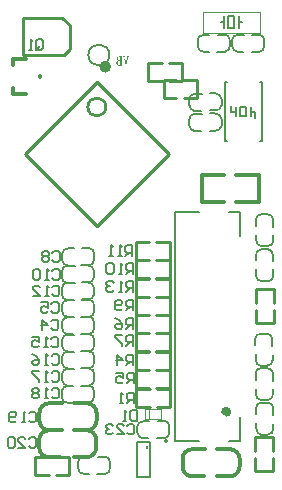
<source format=gbr>
%TF.GenerationSoftware,Altium Limited,Altium Designer,19.0.4 (130)*%
G04 Layer_Color=32896*
%FSLAX26Y26*%
%MOIN*%
%TF.FileFunction,Legend,Bot*%
%TF.Part,Single*%
G01*
G75*
%TA.AperFunction,NonConductor*%
%ADD49C,0.007874*%
%ADD50C,0.012000*%
%ADD51C,0.010000*%
%ADD52C,0.008000*%
%ADD53C,0.020000*%
%ADD54C,0.019685*%
%ADD55C,0.007000*%
%ADD56C,0.001968*%
%ADD57C,0.003937*%
%ADD58C,0.006000*%
%ADD59C,0.005906*%
G36*
X3632000Y2607078D02*
X3630502D01*
X3630294Y2606995D01*
X3630003Y2606829D01*
X3629795Y2606662D01*
X3629754Y2606621D01*
Y2606579D01*
X3629629Y2606371D01*
X3629546Y2606122D01*
X3629379Y2605622D01*
X3629338Y2605373D01*
X3629296Y2605165D01*
X3629254Y2605040D01*
Y2604998D01*
X3622806Y2578707D01*
X3621059D01*
X3613904Y2605248D01*
X3613779Y2605581D01*
X3613654Y2605872D01*
X3613530Y2606122D01*
X3613405Y2606330D01*
X3613322Y2606496D01*
X3613238Y2606579D01*
X3613155Y2606662D01*
X3612781Y2606912D01*
X3612448Y2607037D01*
X3612198Y2607078D01*
X3610950D01*
Y2608992D01*
X3618064D01*
Y2607078D01*
X3616858D01*
X3616650Y2607037D01*
X3616483Y2606995D01*
X3616358Y2606954D01*
X3616234Y2606829D01*
X3616192Y2606787D01*
X3616109Y2606579D01*
X3616026Y2606371D01*
Y2606205D01*
Y2606122D01*
X3616067Y2605872D01*
X3616109Y2605581D01*
X3616150Y2605331D01*
X3616192Y2605248D01*
Y2605206D01*
X3621071Y2586651D01*
X3625635Y2605789D01*
X3625677Y2606205D01*
Y2606496D01*
X3625635Y2606704D01*
X3625594Y2606746D01*
X3625386Y2606954D01*
X3625136Y2607037D01*
X3624928Y2607078D01*
X3623722D01*
Y2608992D01*
X3632000D01*
Y2607078D01*
D02*
G37*
G36*
X3609162D02*
X3607456D01*
X3607290Y2607037D01*
X3606998Y2606954D01*
X3606874Y2606870D01*
X3606832Y2606829D01*
X3606666Y2606621D01*
X3606624Y2606413D01*
X3606582Y2606205D01*
Y2606163D01*
Y2606122D01*
Y2581578D01*
X3606624Y2581245D01*
X3606707Y2580995D01*
X3606790Y2580870D01*
X3606832Y2580829D01*
X3606915Y2580746D01*
X3607040Y2580704D01*
X3607331Y2580662D01*
X3607581Y2580621D01*
X3609494D01*
Y2578707D01*
X3598221D01*
X3597430Y2578749D01*
X3596682Y2578790D01*
X3595974Y2578915D01*
X3595309Y2579040D01*
X3594726Y2579206D01*
X3594144Y2579373D01*
X3593645Y2579581D01*
X3593146Y2579789D01*
X3592730Y2579997D01*
X3592397Y2580205D01*
X3592064Y2580371D01*
X3591814Y2580538D01*
X3591606Y2580662D01*
X3591482Y2580787D01*
X3591398Y2580829D01*
X3591357Y2580870D01*
X3590899Y2581286D01*
X3590525Y2581744D01*
X3590150Y2582243D01*
X3589859Y2582701D01*
X3589610Y2583200D01*
X3589402Y2583699D01*
X3589110Y2584614D01*
X3588902Y2585446D01*
X3588861Y2585821D01*
X3588819Y2586112D01*
X3588778Y2586403D01*
Y2586570D01*
Y2586694D01*
Y2586736D01*
X3588819Y2587776D01*
X3588986Y2588733D01*
X3589235Y2589606D01*
X3589485Y2590397D01*
X3589776Y2591021D01*
X3589901Y2591270D01*
X3589984Y2591478D01*
X3590109Y2591645D01*
X3590150Y2591770D01*
X3590234Y2591853D01*
Y2591894D01*
X3590525Y2592310D01*
X3590858Y2592726D01*
X3591690Y2593392D01*
X3592563Y2593974D01*
X3593437Y2594432D01*
X3594227Y2594765D01*
X3594602Y2594890D01*
X3594893Y2595014D01*
X3595142Y2595098D01*
X3595350Y2595139D01*
X3595475Y2595181D01*
X3595517D01*
X3594934Y2595347D01*
X3594435Y2595514D01*
X3593978Y2595722D01*
X3593520Y2595888D01*
X3593146Y2596096D01*
X3592813Y2596304D01*
X3592230Y2596720D01*
X3591773Y2597053D01*
X3591482Y2597344D01*
X3591315Y2597552D01*
X3591274Y2597635D01*
X3590899Y2598301D01*
X3590608Y2599008D01*
X3590442Y2599715D01*
X3590275Y2600381D01*
X3590192Y2600963D01*
X3590150Y2601421D01*
Y2601587D01*
Y2601712D01*
Y2601795D01*
Y2601837D01*
X3590192Y2602502D01*
X3590234Y2603126D01*
X3590358Y2603667D01*
X3590483Y2604208D01*
X3590650Y2604707D01*
X3590816Y2605123D01*
X3591024Y2605539D01*
X3591232Y2605872D01*
X3591440Y2606205D01*
X3591648Y2606454D01*
X3591814Y2606704D01*
X3591981Y2606870D01*
X3592106Y2607037D01*
X3592230Y2607120D01*
X3592272Y2607203D01*
X3592314D01*
X3592730Y2607536D01*
X3593187Y2607786D01*
X3594227Y2608243D01*
X3595267Y2608576D01*
X3596307Y2608784D01*
X3596806Y2608826D01*
X3597264Y2608909D01*
X3597680Y2608950D01*
X3598013D01*
X3598304Y2608992D01*
X3609162D01*
Y2607078D01*
D02*
G37*
%LPC*%
G36*
X3601923D02*
X3599760D01*
X3598845Y2607037D01*
X3598013Y2606912D01*
X3597306Y2606704D01*
X3596723Y2606496D01*
X3596224Y2606246D01*
X3595891Y2606080D01*
X3595683Y2605914D01*
X3595600Y2605872D01*
X3595059Y2605373D01*
X3594643Y2604749D01*
X3594352Y2604083D01*
X3594186Y2603418D01*
X3594061Y2602794D01*
X3594019Y2602294D01*
X3593978Y2602128D01*
Y2601962D01*
Y2601878D01*
Y2601837D01*
X3594061Y2600755D01*
X3594227Y2599840D01*
X3594477Y2599050D01*
X3594768Y2598426D01*
X3595101Y2597968D01*
X3595350Y2597635D01*
X3595517Y2597427D01*
X3595600Y2597344D01*
X3596182Y2596886D01*
X3596765Y2596512D01*
X3597347Y2596262D01*
X3597846Y2596096D01*
X3598262Y2596013D01*
X3598595Y2595971D01*
X3598803Y2595930D01*
X3602922D01*
Y2606122D01*
X3602880Y2606454D01*
X3602797Y2606662D01*
X3602714Y2606787D01*
X3602672Y2606829D01*
X3602422Y2606995D01*
X3602131Y2607037D01*
X3601923Y2607078D01*
D02*
G37*
G36*
X3602922Y2594016D02*
X3599427D01*
X3598304Y2593933D01*
X3597306Y2593766D01*
X3596474Y2593475D01*
X3595808Y2593184D01*
X3595267Y2592851D01*
X3594893Y2592560D01*
X3594685Y2592394D01*
X3594602Y2592310D01*
X3594310Y2591978D01*
X3594061Y2591603D01*
X3593645Y2590771D01*
X3593354Y2589939D01*
X3593187Y2589066D01*
X3593062Y2588275D01*
X3593021Y2587942D01*
Y2587651D01*
X3592979Y2587402D01*
Y2587235D01*
Y2587110D01*
Y2587069D01*
X3593062Y2585987D01*
X3593229Y2584989D01*
X3593478Y2584198D01*
X3593728Y2583491D01*
X3594019Y2582992D01*
X3594269Y2582576D01*
X3594435Y2582368D01*
X3594518Y2582285D01*
X3595142Y2581744D01*
X3595808Y2581328D01*
X3596515Y2581037D01*
X3597181Y2580829D01*
X3597805Y2580704D01*
X3598304Y2580662D01*
X3598512Y2580621D01*
X3601840D01*
X3602214Y2580662D01*
X3602464Y2580746D01*
X3602630Y2580787D01*
X3602672Y2580829D01*
X3602797Y2581037D01*
X3602880Y2581286D01*
X3602922Y2581494D01*
Y2581536D01*
Y2581578D01*
Y2594016D01*
D02*
G37*
%LPD*%
D49*
X3515000Y1952000D02*
G03*
X3499000Y1970000I-17000J1000D01*
G01*
X3429000Y1969000D02*
G03*
X3408000Y1952000I-2000J-19000D01*
G01*
X3408000Y1932000D02*
G03*
X3429000Y1912000I20500J500D01*
G01*
X3499000Y1913000D02*
G03*
X3515000Y1932000I-1500J17500D01*
G01*
X3766000Y1376000D02*
G03*
X3750000Y1394000I-17000J1000D01*
G01*
X3680000Y1393000D02*
G03*
X3659000Y1376000I-2000J-19000D01*
G01*
X3659000Y1356000D02*
G03*
X3680000Y1336000I20500J500D01*
G01*
X3750000Y1337000D02*
G03*
X3766000Y1356000I-1500J17500D01*
G01*
X3408000Y1816000D02*
G03*
X3424000Y1798000I17000J-1000D01*
G01*
X3494000Y1799000D02*
G03*
X3515000Y1816000I2000J19000D01*
G01*
X3515000Y1836000D02*
G03*
X3494000Y1856000I-20500J-500D01*
G01*
X3424000Y1855000D02*
G03*
X3408000Y1836000I1500J-17500D01*
G01*
X3408000Y1873000D02*
G03*
X3424000Y1855000I17000J-1000D01*
G01*
X3494000Y1856000D02*
G03*
X3515000Y1873000I2000J19000D01*
G01*
X3515000Y1893000D02*
G03*
X3494000Y1913000I-20500J-500D01*
G01*
X3424000Y1912000D02*
G03*
X3408000Y1893000I1500J-17500D01*
G01*
X3515000Y1780000D02*
G03*
X3499000Y1798000I-17000J1000D01*
G01*
X3429000Y1797000D02*
G03*
X3408000Y1780000I-2000J-19000D01*
G01*
X3408000Y1760000D02*
G03*
X3429000Y1740000I20500J500D01*
G01*
X3499000Y1741000D02*
G03*
X3515000Y1760000I-1500J17500D01*
G01*
X3568000Y1257000D02*
G03*
X3552000Y1275000I-17000J1000D01*
G01*
X3482000Y1274000D02*
G03*
X3461000Y1257000I-2000J-19000D01*
G01*
X3461000Y1237000D02*
G03*
X3482000Y1217000I20500J500D01*
G01*
X3552000Y1218000D02*
G03*
X3568000Y1237000I-1500J17500D01*
G01*
X3514000Y1494000D02*
G03*
X3498000Y1512000I-17000J1000D01*
G01*
X3428000Y1511000D02*
G03*
X3407000Y1494000I-2000J-19000D01*
G01*
X3407000Y1474000D02*
G03*
X3428000Y1454000I20500J500D01*
G01*
X3498000Y1455000D02*
G03*
X3514000Y1474000I-1500J17500D01*
G01*
X3515000Y1551000D02*
G03*
X3499000Y1569000I-17000J1000D01*
G01*
X3429000Y1568000D02*
G03*
X3408000Y1551000I-2000J-19000D01*
G01*
X3408000Y1531000D02*
G03*
X3429000Y1511000I20500J500D01*
G01*
X3499000Y1512000D02*
G03*
X3515000Y1531000I-1500J17500D01*
G01*
X3515000Y1608000D02*
G03*
X3499000Y1626000I-17000J1000D01*
G01*
X3429000Y1625000D02*
G03*
X3408000Y1608000I-2000J-19000D01*
G01*
X3408000Y1588000D02*
G03*
X3429000Y1568000I20500J500D01*
G01*
X3499000Y1569000D02*
G03*
X3515000Y1588000I-1500J17500D01*
G01*
X3515000Y1665000D02*
G03*
X3499000Y1683000I-17000J1000D01*
G01*
X3429000Y1682000D02*
G03*
X3408000Y1665000I-2000J-19000D01*
G01*
X3408000Y1645000D02*
G03*
X3429000Y1625000I20500J500D01*
G01*
X3499000Y1626000D02*
G03*
X3515000Y1645000I-1500J17500D01*
G01*
X3515000Y1723000D02*
G03*
X3499000Y1741000I-17000J1000D01*
G01*
X3429000Y1740000D02*
G03*
X3408000Y1723000I-2000J-19000D01*
G01*
X3408000Y1703000D02*
G03*
X3429000Y1683000I20500J500D01*
G01*
X3499000Y1684000D02*
G03*
X3515000Y1703000I-1500J17500D01*
G01*
X4094000Y1860000D02*
G03*
X4112000Y1876000I1000J17000D01*
G01*
X4111000Y1946000D02*
G03*
X4094000Y1967000I-19000J2000D01*
G01*
X4074000Y1967000D02*
G03*
X4054000Y1946000I500J-20500D01*
G01*
X4055000Y1876000D02*
G03*
X4074000Y1860000I17500J1500D01*
G01*
X4073000Y2083000D02*
G03*
X4055000Y2067000I-1000J-17000D01*
G01*
X4056000Y1997000D02*
G03*
X4073000Y1976000I19000J-2000D01*
G01*
X4093000Y1976000D02*
G03*
X4113000Y1997000I-500J20500D01*
G01*
X4112000Y2067000D02*
G03*
X4093000Y2083000I-17500J-1500D01*
G01*
X4070629Y1684787D02*
G03*
X4052629Y1668787I-1000J-17000D01*
G01*
X4053629Y1598787D02*
G03*
X4070629Y1577787I19000J-2000D01*
G01*
X4090629Y1577788D02*
G03*
X4110629Y1598787I-500J20500D01*
G01*
X4109629Y1668787D02*
G03*
X4090629Y1684787I-17500J-1500D01*
G01*
X4073000Y1455000D02*
G03*
X4055000Y1439000I-1000J-17000D01*
G01*
X4056000Y1369000D02*
G03*
X4073000Y1348000I19000J-2000D01*
G01*
X4093000Y1348000D02*
G03*
X4113000Y1369000I-500J20500D01*
G01*
X4112000Y1439000D02*
G03*
X4093000Y1455000I-17500J-1500D01*
G01*
X4071725Y1570000D02*
G03*
X4053725Y1554000I-1000J-17000D01*
G01*
X4054725Y1484000D02*
G03*
X4071725Y1463000I19000J-2000D01*
G01*
X4091725Y1463000D02*
G03*
X4111725Y1484000I-500J20500D01*
G01*
X4110725Y1554000D02*
G03*
X4091725Y1570000I-17500J-1500D01*
G01*
X3967000Y2664000D02*
G03*
X3951000Y2682000I-17000J1000D01*
G01*
X3881000Y2681000D02*
G03*
X3860000Y2664000I-2000J-19000D01*
G01*
X3860000Y2644000D02*
G03*
X3881000Y2624000I20500J500D01*
G01*
X3951000Y2625000D02*
G03*
X3967000Y2644000I-1500J17500D01*
G01*
X4082000Y2664000D02*
G03*
X4066000Y2682000I-17000J1000D01*
G01*
X3996000Y2681000D02*
G03*
X3975000Y2664000I-2000J-19000D01*
G01*
X3975000Y2644000D02*
G03*
X3996000Y2624000I20500J500D01*
G01*
X4066000Y2625000D02*
G03*
X4082000Y2644000I-1500J17500D01*
G01*
X3833000Y2446000D02*
G03*
X3849000Y2428000I17000J-1000D01*
G01*
X3919000Y2429000D02*
G03*
X3940000Y2446000I2000J19000D01*
G01*
X3940000Y2466000D02*
G03*
X3919000Y2486000I-20500J-500D01*
G01*
X3849000Y2485000D02*
G03*
X3833000Y2466000I1500J-17500D01*
G01*
X3833000Y2379000D02*
G03*
X3849000Y2361000I17000J-1000D01*
G01*
X3919000Y2362000D02*
G03*
X3940000Y2379000I2000J19000D01*
G01*
X3940000Y2399000D02*
G03*
X3919000Y2419000I-20500J-500D01*
G01*
X3849000Y2418000D02*
G03*
X3833000Y2399000I1500J-17500D01*
G01*
X3476000Y1970000D02*
X3499000D01*
X3515000Y1932000D02*
Y1952000D01*
X3473000Y1913000D02*
X3499000D01*
X3429000Y1912000D02*
X3445000D01*
X3408000Y1932000D02*
Y1952000D01*
X3429000Y1969000D02*
X3447000D01*
X3727000Y1394000D02*
X3750000D01*
X3766000Y1356000D02*
Y1376000D01*
X3724000Y1337000D02*
X3750000D01*
X3680000Y1336000D02*
X3696000D01*
X3659000Y1356000D02*
Y1376000D01*
X3680000Y1393000D02*
X3698000D01*
X3424000Y1798000D02*
X3447000D01*
X3408000Y1816000D02*
Y1836000D01*
X3424000Y1855000D02*
X3450000D01*
X3478000Y1856000D02*
X3494000D01*
X3515000Y1816000D02*
Y1836000D01*
X3476000Y1799000D02*
X3494000D01*
X3424000Y1855000D02*
X3447000D01*
X3408000Y1873000D02*
Y1893000D01*
X3424000Y1912000D02*
X3450000D01*
X3478000Y1913000D02*
X3494000D01*
X3515000Y1873000D02*
Y1893000D01*
X3476000Y1856000D02*
X3494000D01*
X3476000Y1798000D02*
X3499000D01*
X3515000Y1760000D02*
Y1780000D01*
X3473000Y1741000D02*
X3499000D01*
X3429000Y1740000D02*
X3445000D01*
X3408000Y1760000D02*
Y1780000D01*
X3429000Y1797000D02*
X3447000D01*
X3529000Y1275000D02*
X3552000D01*
X3568000Y1237000D02*
Y1257000D01*
X3526000Y1218000D02*
X3552000D01*
X3482000Y1217000D02*
X3498000D01*
X3461000Y1237000D02*
Y1257000D01*
X3482000Y1274000D02*
X3500000D01*
X3475000Y1512000D02*
X3498000D01*
X3514000Y1474000D02*
Y1494000D01*
X3472000Y1455000D02*
X3498000D01*
X3428000Y1454000D02*
X3444000D01*
X3407000Y1474000D02*
Y1494000D01*
X3428000Y1511000D02*
X3446000D01*
X3476000Y1569000D02*
X3499000D01*
X3515000Y1531000D02*
Y1551000D01*
X3473000Y1512000D02*
X3499000D01*
X3429000Y1511000D02*
X3445000D01*
X3408000Y1531000D02*
Y1551000D01*
X3429000Y1568000D02*
X3447000D01*
X3476000Y1626000D02*
X3499000D01*
X3515000Y1588000D02*
Y1608000D01*
X3473000Y1569000D02*
X3499000D01*
X3429000Y1568000D02*
X3445000D01*
X3408000Y1588000D02*
Y1608000D01*
X3429000Y1625000D02*
X3447000D01*
X3476000Y1683000D02*
X3499000D01*
X3515000Y1645000D02*
Y1665000D01*
X3473000Y1626000D02*
X3499000D01*
X3429000Y1625000D02*
X3445000D01*
X3408000Y1645000D02*
Y1665000D01*
X3429000Y1682000D02*
X3447000D01*
X3476000Y1741000D02*
X3499000D01*
X3515000Y1703000D02*
Y1723000D01*
X3473000Y1684000D02*
X3499000D01*
X3429000Y1683000D02*
X3445000D01*
X3408000Y1703000D02*
Y1723000D01*
X3429000Y1740000D02*
X3447000D01*
X4112000Y1876000D02*
Y1899000D01*
X4074000Y1860000D02*
X4094000D01*
X4055000Y1876000D02*
Y1902000D01*
X4054000Y1930000D02*
Y1946000D01*
X4074000Y1967000D02*
X4094000D01*
X4111000Y1928000D02*
Y1946000D01*
X4055000Y2044000D02*
Y2067000D01*
X4073000Y2083000D02*
X4093000D01*
X4112000Y2041000D02*
Y2067000D01*
X4113000Y1997000D02*
Y2013000D01*
X4073000Y1976000D02*
X4093000D01*
X4056000Y1997000D02*
Y2015000D01*
X4052629Y1645787D02*
Y1668787D01*
X4070629Y1684787D02*
X4090629D01*
X4109629Y1642787D02*
Y1668787D01*
X4110629Y1598787D02*
Y1614787D01*
X4070629Y1577787D02*
X4090629D01*
X4053629Y1598787D02*
Y1616787D01*
X4055000Y1416000D02*
Y1439000D01*
X4073000Y1455000D02*
X4093000D01*
X4112000Y1413000D02*
Y1439000D01*
X4113000Y1369000D02*
Y1385000D01*
X4073000Y1348000D02*
X4093000D01*
X4056000Y1369000D02*
Y1387000D01*
X4053725Y1531000D02*
Y1554000D01*
X4071725Y1570000D02*
X4091725D01*
X4110725Y1528000D02*
Y1554000D01*
X4111725Y1484000D02*
Y1500000D01*
X4071725Y1463000D02*
X4091725D01*
X4054725Y1484000D02*
Y1502000D01*
X3928000Y2682000D02*
X3951000D01*
X3967000Y2644000D02*
Y2664000D01*
X3925000Y2625000D02*
X3951000D01*
X3881000Y2624000D02*
X3897000D01*
X3860000Y2644000D02*
Y2664000D01*
X3881000Y2681000D02*
X3899000D01*
X4043000Y2682000D02*
X4066000D01*
X4082000Y2644000D02*
Y2664000D01*
X4040000Y2625000D02*
X4066000D01*
X3996000Y2624000D02*
X4012000D01*
X3975000Y2644000D02*
Y2664000D01*
X3996000Y2681000D02*
X4014000D01*
X3849000Y2428000D02*
X3872000D01*
X3833000Y2446000D02*
Y2466000D01*
X3849000Y2485000D02*
X3875000D01*
X3903000Y2486000D02*
X3919000D01*
X3940000Y2446000D02*
Y2466000D01*
X3901000Y2429000D02*
X3919000D01*
X3849000Y2361000D02*
X3872000D01*
X3833000Y2379000D02*
Y2399000D01*
X3849000Y2418000D02*
X3875000D01*
X3903000Y2419000D02*
X3919000D01*
X3940000Y2379000D02*
Y2399000D01*
X3901000Y2362000D02*
X3919000D01*
X4001000Y2010512D02*
Y2090512D01*
X3966000D02*
X4001000D01*
X3786000D02*
X3866000D01*
X3786000Y1328701D02*
X3866000D01*
X4001000D02*
Y1408701D01*
X3966000Y1328701D02*
X4001000D01*
X3786000D02*
Y2090512D01*
D50*
X4000139Y1267599D02*
G03*
X3967999Y1299739I-32140J0D01*
G01*
Y1209599D02*
G03*
X4000139Y1241739I0J32140D01*
G01*
X3809999D02*
G03*
X3842139Y1209599I32140J0D01*
G01*
Y1299739D02*
G03*
X3809999Y1267599I0J-32140D01*
G01*
X3522058Y1330954D02*
G03*
X3489918Y1363093I-32140J0D01*
G01*
Y1272954D02*
G03*
X3522058Y1305093I0J32140D01*
G01*
X3331918D02*
G03*
X3364058Y1272954I32140J0D01*
G01*
Y1363093D02*
G03*
X3331918Y1330954I0J-32140D01*
G01*
X3523140Y1421000D02*
G03*
X3491000Y1453140I-32140J0D01*
G01*
Y1363000D02*
G03*
X3523140Y1395140I0J32140D01*
G01*
X3333000D02*
G03*
X3365140Y1363000I32140J0D01*
G01*
Y1453140D02*
G03*
X3333000Y1421000I0J-32140D01*
G01*
X3874307Y2124000D02*
X3949307D01*
X3874307Y2214000D02*
X3949307D01*
X3989307D02*
X4064307D01*
X3989307Y2124000D02*
X4064307D01*
X3874307D02*
Y2214000D01*
X4064307Y2124000D02*
Y2214000D01*
X3842139Y1209599D02*
X3881139D01*
X3924999D02*
X3967999D01*
X3924999Y1299599D02*
X3972999D01*
X4000139Y1242739D02*
Y1267599D01*
X3809999Y1241739D02*
Y1266599D01*
X3841999Y1299599D02*
X3884999D01*
X3244000Y2485000D02*
X3289000D01*
X3244000Y2600000D02*
X3289000D01*
X3244000Y2485000D02*
Y2505000D01*
X3334000Y2540000D02*
Y2545000D01*
X3244000Y2580000D02*
Y2600000D01*
X3364058Y1272954D02*
X3403058D01*
X3446918D02*
X3489918D01*
X3446918Y1362954D02*
X3494918D01*
X3522058Y1306093D02*
Y1330954D01*
X3331918Y1305093D02*
Y1329954D01*
X3363918Y1362954D02*
X3406918D01*
X3365140Y1363000D02*
X3404140D01*
X3448000D02*
X3491000D01*
X3448000Y1453000D02*
X3496000D01*
X3523140Y1396140D02*
Y1421000D01*
X3333000Y1395140D02*
Y1420000D01*
X3365000Y1453000D02*
X3408000D01*
D51*
X3691110Y1304803D02*
G03*
X3691110Y1304803I-1000J0D01*
G01*
X3757055Y1327803D02*
G03*
X3757055Y1327803I-3000J0D01*
G01*
X3554000Y2440563D02*
G03*
X3554000Y2440563I-30000J0D01*
G01*
X3746992Y2472000D02*
X3788992D01*
X3746992Y2532000D02*
X3788992D01*
X3813992Y2472000D02*
X3858992D01*
X3813992Y2532000D02*
X3858992D01*
X3746992Y2472000D02*
Y2532000D01*
X3858992Y2472000D02*
Y2532000D01*
X3766000Y2587000D02*
X3808000D01*
X3766000Y2527000D02*
X3808000D01*
X3696000Y2587000D02*
X3741000D01*
X3696000Y2527000D02*
X3741000D01*
X3808000D02*
Y2587000D01*
X3696000Y2527000D02*
Y2587000D01*
X3389000Y1273000D02*
X3431000D01*
X3389000Y1213000D02*
X3431000D01*
X3319000Y1273000D02*
X3364000D01*
X3319000Y1213000D02*
X3364000D01*
X3431000D02*
Y1273000D01*
X3319000Y1213000D02*
Y1273000D01*
X4111127Y1227803D02*
Y1269803D01*
X4051127Y1227803D02*
Y1269803D01*
X4111127Y1294803D02*
Y1339803D01*
X4051127Y1294803D02*
Y1339803D01*
Y1227803D02*
X4111127D01*
X4051127Y1339803D02*
X4111127D01*
X3726000Y1501000D02*
X3768000D01*
X3726000Y1441000D02*
X3768000D01*
X3656000Y1501000D02*
X3701000D01*
X3656000Y1441000D02*
X3701000D01*
X3768000D02*
Y1501000D01*
X3656000Y1441000D02*
Y1501000D01*
X3655943Y1503494D02*
X3697943D01*
X3655943Y1563494D02*
X3697943D01*
X3722943Y1503494D02*
X3767943D01*
X3722943Y1563494D02*
X3767943D01*
X3655943Y1503494D02*
Y1563494D01*
X3767943Y1503494D02*
Y1563494D01*
X3655935Y1688000D02*
X3697935D01*
X3655935Y1748000D02*
X3697935D01*
X3722935Y1688000D02*
X3767935D01*
X3722935Y1748000D02*
X3767935D01*
X3655935Y1688000D02*
Y1748000D01*
X3767935Y1688000D02*
Y1748000D01*
X3656000Y1627000D02*
X3698000D01*
X3656000Y1687000D02*
X3698000D01*
X3723000Y1627000D02*
X3768000D01*
X3723000Y1687000D02*
X3768000D01*
X3656000Y1627000D02*
Y1687000D01*
X3768000Y1627000D02*
Y1687000D01*
X3655943Y1748494D02*
X3697943D01*
X3655943Y1808494D02*
X3697943D01*
X3722943Y1748494D02*
X3767943D01*
X3722943Y1808494D02*
X3767943D01*
X3655943Y1748494D02*
Y1808494D01*
X3767943Y1748494D02*
Y1808494D01*
X3655943Y1869494D02*
X3697943D01*
X3655943Y1929494D02*
X3697943D01*
X3722943Y1869494D02*
X3767943D01*
X3722943Y1929494D02*
X3767943D01*
X3655943Y1869494D02*
Y1929494D01*
X3767943Y1869494D02*
Y1929494D01*
X3655943D02*
X3697943D01*
X3655943Y1989494D02*
X3697943D01*
X3722943Y1929494D02*
X3767943D01*
X3722943Y1989494D02*
X3767943D01*
X3655943Y1929494D02*
Y1989494D01*
X3767943Y1929494D02*
Y1989494D01*
X3655935Y1564494D02*
X3697935D01*
X3655935Y1624494D02*
X3697935D01*
X3722935Y1564494D02*
X3767935D01*
X3722935Y1624494D02*
X3767935D01*
X3655935Y1564494D02*
Y1624494D01*
X3767935Y1564494D02*
Y1624494D01*
X3655943Y1808494D02*
X3697943D01*
X3655943Y1868494D02*
X3697943D01*
X3722943Y1808494D02*
X3767943D01*
X3722943Y1868494D02*
X3767943D01*
X3655943Y1808494D02*
Y1868494D01*
X3767943Y1808494D02*
Y1868494D01*
X4114213Y1721000D02*
Y1763000D01*
X4054213Y1721000D02*
Y1763000D01*
X4114213Y1788000D02*
Y1833000D01*
X4054213Y1788000D02*
Y1833000D01*
Y1721000D02*
X4114213D01*
X4054213Y1833000D02*
X4114213D01*
X3278000Y2613000D02*
X3414750D01*
X3434000Y2632250D01*
Y2713000D01*
X3278000Y2613000D02*
Y2738000D01*
X3409000D01*
X3434000Y2713000D01*
X3524000Y2044584D02*
X3764416Y2285000D01*
X3283584D02*
X3524000Y2525416D01*
X3283584Y2285000D02*
X3524000Y2044584D01*
Y2525416D02*
X3764416Y2285000D01*
D52*
X3566000Y2614000D02*
G03*
X3566000Y2614000I-35000J0D01*
G01*
X3950014Y2325581D02*
Y2522432D01*
X3956445D01*
X3950014Y2325581D02*
X3956432D01*
X4069581D02*
X4075998D01*
X4069568Y2522432D02*
X4075998D01*
Y2325581D02*
Y2522432D01*
D53*
X3562127Y2574914D02*
G03*
X3562127Y2574914I-9842J0D01*
G01*
D54*
X3962441Y1424173D02*
G03*
X3962441Y1424173I-7071J0D01*
G01*
D55*
X3657110Y1324457D02*
X3701110D01*
X3657110Y1206347D02*
X3701110D01*
X3657110D02*
Y1324457D01*
X3701110Y1206347D02*
Y1324457D01*
D56*
X3697000Y1400047D02*
Y1433512D01*
X3685819D02*
X3737000D01*
Y1400047D02*
Y1433512D01*
X3685819Y1400047D02*
X3737000D01*
X3685819D02*
Y1433512D01*
D57*
X3877039Y2758000D02*
X4067039D01*
X3877039Y2688000D02*
Y2758000D01*
X4067039Y2688000D02*
Y2758000D01*
X3877039Y2688000D02*
X4067039D01*
D58*
X3962039Y2703000D02*
Y2743000D01*
X3982039D01*
Y2703000D02*
Y2743000D01*
X3962039Y2703000D02*
X3982039D01*
X3947039D02*
Y2743000D01*
X3997039Y2703000D02*
Y2743000D01*
Y2723000D02*
X4007039D01*
X3937039D02*
X3947039D01*
X4003000Y2409000D02*
X4023000D01*
X4003000D02*
Y2439000D01*
X4023000Y2409000D02*
Y2439000D01*
X3973000D02*
Y2444000D01*
X4053000Y2404000D02*
Y2424000D01*
X4038000D02*
X4053000D01*
X3973000D02*
Y2439000D01*
Y2424000D02*
X3988000D01*
Y2409000D02*
Y2439000D01*
X4038000Y2409000D02*
Y2439000D01*
X4003000D02*
X4023000D01*
D59*
X3644943Y1825494D02*
Y1860916D01*
X3627232D01*
X3621329Y1855012D01*
Y1843205D01*
X3627232Y1837302D01*
X3644943D01*
X3633136D02*
X3621329Y1825494D01*
X3609521D02*
X3597714D01*
X3603618D01*
Y1860916D01*
X3609521Y1855012D01*
X3580003D02*
X3574100Y1860916D01*
X3562293D01*
X3556389Y1855012D01*
Y1849109D01*
X3562293Y1843205D01*
X3568196D01*
X3562293D01*
X3556389Y1837302D01*
Y1831398D01*
X3562293Y1825494D01*
X3574100D01*
X3580003Y1831398D01*
X3642943Y1943494D02*
Y1978916D01*
X3625232D01*
X3619329Y1973012D01*
Y1961205D01*
X3625232Y1955302D01*
X3642943D01*
X3631136D02*
X3619329Y1943494D01*
X3607521D02*
X3595714D01*
X3601618D01*
Y1978916D01*
X3607521Y1973012D01*
X3578003Y1943494D02*
X3566196D01*
X3572100D01*
Y1978916D01*
X3578003Y1973012D01*
X3644943Y1883494D02*
Y1918916D01*
X3627232D01*
X3621329Y1913012D01*
Y1901205D01*
X3627232Y1895302D01*
X3644943D01*
X3633136D02*
X3621329Y1883494D01*
X3609521D02*
X3597714D01*
X3603618D01*
Y1918916D01*
X3609521Y1913012D01*
X3580003D02*
X3574100Y1918916D01*
X3562293D01*
X3556389Y1913012D01*
Y1889398D01*
X3562293Y1883494D01*
X3574100D01*
X3580003Y1889398D01*
Y1913012D01*
X3644943Y1762494D02*
Y1797916D01*
X3627232D01*
X3621329Y1792012D01*
Y1780205D01*
X3627232Y1774302D01*
X3644943D01*
X3633136D02*
X3621329Y1762494D01*
X3609521Y1768398D02*
X3603618Y1762494D01*
X3591811D01*
X3585907Y1768398D01*
Y1792012D01*
X3591811Y1797916D01*
X3603618D01*
X3609521Y1792012D01*
Y1786109D01*
X3603618Y1780205D01*
X3585907D01*
X3645008Y1644000D02*
Y1679422D01*
X3627297D01*
X3621394Y1673518D01*
Y1661711D01*
X3627297Y1655807D01*
X3645008D01*
X3633201D02*
X3621394Y1644000D01*
X3609586Y1679422D02*
X3585972D01*
Y1673518D01*
X3609586Y1649904D01*
Y1644000D01*
X3644943Y1701000D02*
Y1736422D01*
X3627232D01*
X3621329Y1730518D01*
Y1718711D01*
X3627232Y1712807D01*
X3644943D01*
X3633136D02*
X3621329Y1701000D01*
X3585907Y1736422D02*
X3597714Y1730518D01*
X3609521Y1718711D01*
Y1706904D01*
X3603618Y1701000D01*
X3591811D01*
X3585907Y1706904D01*
Y1712807D01*
X3591811Y1718711D01*
X3609521D01*
X3647943Y1519494D02*
Y1554916D01*
X3630232D01*
X3624329Y1549012D01*
Y1537205D01*
X3630232Y1531302D01*
X3647943D01*
X3636136D02*
X3624329Y1519494D01*
X3588907Y1554916D02*
X3612521D01*
Y1537205D01*
X3600714Y1543109D01*
X3594811D01*
X3588907Y1537205D01*
Y1525398D01*
X3594811Y1519494D01*
X3606618D01*
X3612521Y1525398D01*
X3645943Y1579494D02*
Y1614916D01*
X3628232D01*
X3622329Y1609012D01*
Y1597205D01*
X3628232Y1591302D01*
X3645943D01*
X3634136D02*
X3622329Y1579494D01*
X3592811D02*
Y1614916D01*
X3610521Y1597205D01*
X3586907D01*
X3646992Y1453000D02*
Y1488422D01*
X3629281D01*
X3623378Y1482518D01*
Y1470711D01*
X3629281Y1464807D01*
X3646992D01*
X3635185D02*
X3623378Y1453000D01*
X3611570D02*
X3599763D01*
X3605667D01*
Y1488422D01*
X3611570Y1482518D01*
X3321386Y2637904D02*
Y2661518D01*
X3327289Y2667422D01*
X3339096D01*
X3345000Y2661518D01*
Y2637904D01*
X3339096Y2632000D01*
X3327289D01*
X3333193Y2643807D02*
X3321386Y2632000D01*
X3327289D02*
X3321386Y2637904D01*
X3309578Y2632000D02*
X3297771D01*
X3303675D01*
Y2667422D01*
X3309578Y2661518D01*
X3658000Y1429422D02*
Y1394000D01*
X3640289D01*
X3634386Y1399904D01*
Y1423518D01*
X3640289Y1429422D01*
X3658000D01*
X3622578Y1394000D02*
X3610771D01*
X3616675D01*
Y1429422D01*
X3622578Y1423518D01*
X3625386Y1378518D02*
X3631289Y1384422D01*
X3643096D01*
X3649000Y1378518D01*
Y1354904D01*
X3643096Y1349000D01*
X3631289D01*
X3625386Y1354904D01*
X3589964Y1349000D02*
X3613578D01*
X3589964Y1372614D01*
Y1378518D01*
X3595868Y1384422D01*
X3607675D01*
X3613578Y1378518D01*
X3578157D02*
X3572253Y1384422D01*
X3560446D01*
X3554542Y1378518D01*
Y1372614D01*
X3560446Y1366711D01*
X3566350D01*
X3560446D01*
X3554542Y1360807D01*
Y1354904D01*
X3560446Y1349000D01*
X3572253D01*
X3578157Y1354904D01*
X3297598Y1333872D02*
X3303502Y1339776D01*
X3315309D01*
X3321213Y1333872D01*
Y1310258D01*
X3315309Y1304354D01*
X3303502D01*
X3297598Y1310258D01*
X3262177Y1304354D02*
X3285791D01*
X3262177Y1327969D01*
Y1333872D01*
X3268080Y1339776D01*
X3279887D01*
X3285791Y1333872D01*
X3250369D02*
X3244466Y1339776D01*
X3232659D01*
X3226755Y1333872D01*
Y1310258D01*
X3232659Y1304354D01*
X3244466D01*
X3250369Y1310258D01*
Y1333872D01*
X3297680Y1418919D02*
X3303584Y1424822D01*
X3315391D01*
X3321295Y1418919D01*
Y1395304D01*
X3315391Y1389401D01*
X3303584D01*
X3297680Y1395304D01*
X3285873Y1389401D02*
X3274066D01*
X3279970D01*
Y1424822D01*
X3285873Y1418919D01*
X3256355Y1395304D02*
X3250452Y1389401D01*
X3238644D01*
X3232741Y1395304D01*
Y1418919D01*
X3238644Y1424822D01*
X3250452D01*
X3256355Y1418919D01*
Y1413015D01*
X3250452Y1407112D01*
X3232741D01*
X3373598Y1498872D02*
X3379502Y1504776D01*
X3391309D01*
X3397213Y1498872D01*
Y1475258D01*
X3391309Y1469354D01*
X3379502D01*
X3373598Y1475258D01*
X3361791Y1469354D02*
X3349984D01*
X3355887D01*
Y1504776D01*
X3361791Y1498872D01*
X3332273D02*
X3326369Y1504776D01*
X3314562D01*
X3308659Y1498872D01*
Y1492969D01*
X3314562Y1487065D01*
X3308659Y1481161D01*
Y1475258D01*
X3314562Y1469354D01*
X3326369D01*
X3332273Y1475258D01*
Y1481161D01*
X3326369Y1487065D01*
X3332273Y1492969D01*
Y1498872D01*
X3326369Y1487065D02*
X3314562D01*
X3373386Y1553518D02*
X3379289Y1559422D01*
X3391096D01*
X3397000Y1553518D01*
Y1529904D01*
X3391096Y1524000D01*
X3379289D01*
X3373386Y1529904D01*
X3361578Y1524000D02*
X3349771D01*
X3355675D01*
Y1559422D01*
X3361578Y1553518D01*
X3332060Y1559422D02*
X3308446D01*
Y1553518D01*
X3332060Y1529904D01*
Y1524000D01*
X3373598Y1609872D02*
X3379502Y1615776D01*
X3391309D01*
X3397213Y1609872D01*
Y1586258D01*
X3391309Y1580354D01*
X3379502D01*
X3373598Y1586258D01*
X3361791Y1580354D02*
X3349984D01*
X3355887D01*
Y1615776D01*
X3361791Y1609872D01*
X3308659Y1615776D02*
X3320466Y1609872D01*
X3332273Y1598065D01*
Y1586258D01*
X3326369Y1580354D01*
X3314562D01*
X3308659Y1586258D01*
Y1592161D01*
X3314562Y1598065D01*
X3332273D01*
X3372598Y1668872D02*
X3378502Y1674776D01*
X3390309D01*
X3396213Y1668872D01*
Y1645258D01*
X3390309Y1639354D01*
X3378502D01*
X3372598Y1645258D01*
X3360791Y1639354D02*
X3348984D01*
X3354887D01*
Y1674776D01*
X3360791Y1668872D01*
X3307659Y1674776D02*
X3331273D01*
Y1657065D01*
X3319466Y1662969D01*
X3313562D01*
X3307659Y1657065D01*
Y1645258D01*
X3313562Y1639354D01*
X3325369D01*
X3331273Y1645258D01*
X3375386Y1839518D02*
X3381289Y1845422D01*
X3393096D01*
X3399000Y1839518D01*
Y1815904D01*
X3393096Y1810000D01*
X3381289D01*
X3375386Y1815904D01*
X3363578Y1810000D02*
X3351771D01*
X3357675D01*
Y1845422D01*
X3363578Y1839518D01*
X3310446Y1810000D02*
X3334060D01*
X3310446Y1833614D01*
Y1839518D01*
X3316350Y1845422D01*
X3328157D01*
X3334060Y1839518D01*
X3376386Y1894518D02*
X3382289Y1900422D01*
X3394096D01*
X3400000Y1894518D01*
Y1870904D01*
X3394096Y1865000D01*
X3382289D01*
X3376386Y1870904D01*
X3364578Y1865000D02*
X3352771D01*
X3358675D01*
Y1900422D01*
X3364578Y1894518D01*
X3335060D02*
X3329157Y1900422D01*
X3317350D01*
X3311446Y1894518D01*
Y1870904D01*
X3317350Y1865000D01*
X3329157D01*
X3335060Y1870904D01*
Y1894518D01*
X3376386Y1954518D02*
X3382289Y1960422D01*
X3394096D01*
X3400000Y1954518D01*
Y1930904D01*
X3394096Y1925000D01*
X3382289D01*
X3376386Y1930904D01*
X3364578Y1954518D02*
X3358675Y1960422D01*
X3346868D01*
X3340964Y1954518D01*
Y1948614D01*
X3346868Y1942711D01*
X3340964Y1936807D01*
Y1930904D01*
X3346868Y1925000D01*
X3358675D01*
X3364578Y1930904D01*
Y1936807D01*
X3358675Y1942711D01*
X3364578Y1948614D01*
Y1954518D01*
X3358675Y1942711D02*
X3346868D01*
X3372886Y1783872D02*
X3378789Y1789776D01*
X3390596D01*
X3396500Y1783872D01*
Y1760258D01*
X3390596Y1754354D01*
X3378789D01*
X3372886Y1760258D01*
X3337464Y1789776D02*
X3361078D01*
Y1772065D01*
X3349271Y1777969D01*
X3343368D01*
X3337464Y1772065D01*
Y1760258D01*
X3343368Y1754354D01*
X3355175D01*
X3361078Y1760258D01*
X3372173Y1726164D02*
X3378077Y1732067D01*
X3389884D01*
X3395787Y1726164D01*
Y1702549D01*
X3389884Y1696646D01*
X3378077D01*
X3372173Y1702549D01*
X3342655Y1696646D02*
Y1732067D01*
X3360366Y1714357D01*
X3336751D01*
%TF.MD5,9b81e487df95657e107b947e31af8a07*%
M02*

</source>
